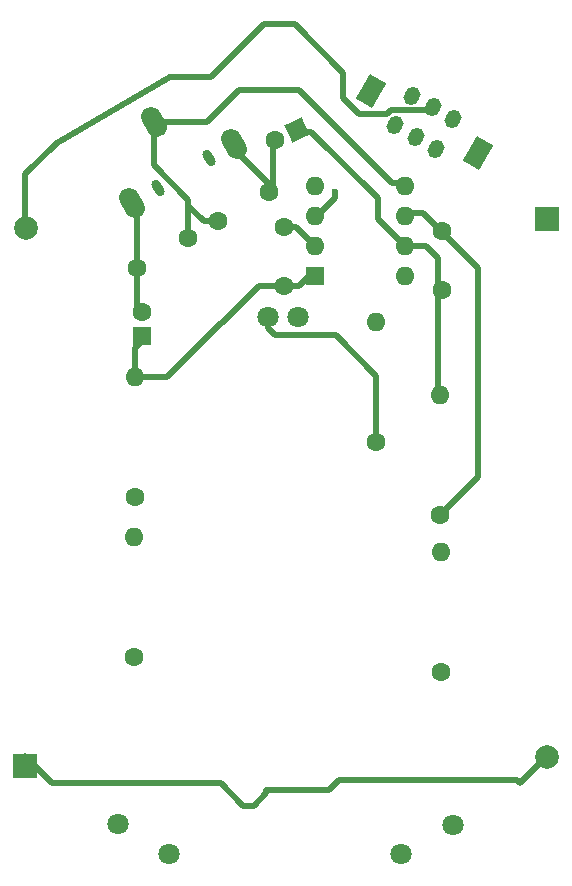
<source format=gbr>
%TF.GenerationSoftware,KiCad,Pcbnew,8.0.4*%
%TF.CreationDate,2024-08-28T17:13:40-07:00*%
%TF.ProjectId,EMFbadgeforMAKE-sizedfor3inchbagLCSCassembly,454d4662-6164-4676-9566-6f724d414b45,rev?*%
%TF.SameCoordinates,Original*%
%TF.FileFunction,Copper,L2,Bot*%
%TF.FilePolarity,Positive*%
%FSLAX46Y46*%
G04 Gerber Fmt 4.6, Leading zero omitted, Abs format (unit mm)*
G04 Created by KiCad (PCBNEW 8.0.4) date 2024-08-28 17:13:40*
%MOMM*%
%LPD*%
G01*
G04 APERTURE LIST*
G04 Aperture macros list*
%AMHorizOval*
0 Thick line with rounded ends*
0 $1 width*
0 $2 $3 position (X,Y) of the first rounded end (center of the circle)*
0 $4 $5 position (X,Y) of the second rounded end (center of the circle)*
0 Add line between two ends*
20,1,$1,$2,$3,$4,$5,0*
0 Add two circle primitives to create the rounded ends*
1,1,$1,$2,$3*
1,1,$1,$4,$5*%
%AMRotRect*
0 Rectangle, with rotation*
0 The origin of the aperture is its center*
0 $1 length*
0 $2 width*
0 $3 Rotation angle, in degrees counterclockwise*
0 Add horizontal line*
21,1,$1,$2,0,0,$3*%
G04 Aperture macros list end*
%TA.AperFunction,ComponentPad*%
%ADD10C,1.800000*%
%TD*%
%TA.AperFunction,ComponentPad*%
%ADD11HorizOval,1.700000X-0.250000X0.433013X0.250000X-0.433013X0*%
%TD*%
%TA.AperFunction,ComponentPad*%
%ADD12HorizOval,0.800000X-0.175000X0.303109X0.175000X-0.303109X0*%
%TD*%
%TA.AperFunction,ComponentPad*%
%ADD13R,2.000000X2.000000*%
%TD*%
%TA.AperFunction,ComponentPad*%
%ADD14C,2.000000*%
%TD*%
%TA.AperFunction,ComponentPad*%
%ADD15C,1.600000*%
%TD*%
%TA.AperFunction,ComponentPad*%
%ADD16O,1.600000X1.600000*%
%TD*%
%TA.AperFunction,ComponentPad*%
%ADD17RotRect,1.600000X2.400000X330.000000*%
%TD*%
%TA.AperFunction,ComponentPad*%
%ADD18HorizOval,1.300000X-0.075000X-0.129904X0.075000X0.129904X0*%
%TD*%
%TA.AperFunction,ComponentPad*%
%ADD19R,1.600000X1.600000*%
%TD*%
%TA.AperFunction,ComponentPad*%
%ADD20RotRect,1.600000X1.600000X205.000000*%
%TD*%
%TA.AperFunction,ViaPad*%
%ADD21C,0.600000*%
%TD*%
%TA.AperFunction,Conductor*%
%ADD22C,0.500000*%
%TD*%
G04 APERTURE END LIST*
D10*
%TO.P,I2,1,1*%
%TO.N,GND*%
X152047121Y-142270000D03*
%TO.P,I2,2,2*%
%TO.N,Net-(I2-Pad2)*%
X147716994Y-139770000D03*
%TD*%
%TO.P,I1,1,1*%
%TO.N,GND*%
X171718005Y-142298909D03*
%TO.P,I1,2,2*%
%TO.N,Net-(I1-Pad2)*%
X176081792Y-139837210D03*
%TD*%
D11*
%TO.P,J1,R*%
%TO.N,Net-(C1-Pad2)*%
X148910000Y-87120127D03*
D12*
%TO.P,J1,RN*%
%TO.N,unconnected-(J1-PadRN)*%
X151075063Y-85870127D03*
D11*
%TO.P,J1,S*%
%TO.N,GND*%
X150740127Y-80290000D03*
%TO.P,J1,T*%
%TO.N,Net-(C2-Pad2)*%
X157570254Y-82120127D03*
D12*
%TO.P,J1,TN*%
%TO.N,unconnected-(J1-PadTN)*%
X155405191Y-83370127D03*
%TD*%
D13*
%TO.P,AAA_Battery1,1,+*%
%TO.N,N/C*%
X139885004Y-134785002D03*
D14*
%TO.P,AAA_Battery1,2,-*%
X139895003Y-89255004D03*
%TD*%
D13*
%TO.P,AAA_Battery1,1,+*%
%TO.N,+VDC*%
X184035000Y-88545000D03*
D14*
%TO.P,AAA_Battery1,2,-*%
%TO.N,Net-(AAA_Battery1--)*%
X184025000Y-134075000D03*
%TD*%
D15*
%TO.P,R4,1*%
%TO.N,Net-(U1B--)*%
X174975000Y-113570000D03*
D16*
%TO.P,R4,2*%
%TO.N,Net-(C2-Pad1)*%
X174975000Y-103410000D03*
%TD*%
D17*
%TO.P,SW1,*%
%TO.N,*%
X169153335Y-77715000D03*
X178160000Y-82915000D03*
D18*
%TO.P,SW1,1,A*%
%TO.N,Net-(AAA_Battery1--)*%
X171199617Y-80570736D03*
%TO.P,SW1,2,B*%
%TO.N,GND*%
X172931668Y-81570735D03*
%TO.P,SW1,3,C*%
%TO.N,unconnected-(SW1A-C-Pad3)*%
X174663718Y-82570736D03*
%TO.P,SW1,4,A*%
%TO.N,-VDC*%
X172649617Y-78059263D03*
%TO.P,SW1,5,B*%
%TO.N,Net-(AAA_Battery2--)*%
X174381668Y-79059263D03*
%TO.P,SW1,6,C*%
%TO.N,unconnected-(SW1B-C-Pad6)*%
X176113718Y-80059263D03*
%TD*%
D15*
%TO.P,R5,1*%
%TO.N,Net-(D1-A)*%
X169605960Y-107380047D03*
D16*
%TO.P,R5,2*%
%TO.N,+VDC*%
X169605960Y-97220047D03*
%TD*%
D10*
%TO.P,D1,1,K*%
%TO.N,-VDC*%
X162967187Y-96809411D03*
%TO.P,D1,2,A*%
%TO.N,Net-(D1-A)*%
X160427187Y-96809411D03*
%TD*%
D15*
%TO.P,C4,1*%
%TO.N,GND*%
X156169937Y-88710000D03*
%TO.P,C4,2*%
%TO.N,Net-(C2-Pad2)*%
X160500064Y-86210000D03*
%TD*%
%TO.P,C5,1*%
%TO.N,Net-(U1B--)*%
X175125036Y-89565067D03*
%TO.P,C5,2*%
%TO.N,Net-(C2-Pad1)*%
X175125036Y-94565067D03*
%TD*%
D19*
%TO.P,U1,1*%
%TO.N,Net-(C1-Pad1)*%
X164434452Y-93356797D03*
D16*
%TO.P,U1,2,-*%
%TO.N,Net-(U1A--)*%
X164434452Y-90816797D03*
%TO.P,U1,3,+*%
%TO.N,GND*%
X164434452Y-88276797D03*
%TO.P,U1,4,V-*%
%TO.N,-VDC*%
X164434452Y-85736797D03*
%TO.P,U1,5,+*%
%TO.N,GND*%
X172054452Y-85736797D03*
%TO.P,U1,6,-*%
%TO.N,Net-(U1B--)*%
X172054452Y-88276797D03*
%TO.P,U1,7*%
%TO.N,Net-(C2-Pad1)*%
X172054452Y-90816797D03*
%TO.P,U1,8,V+*%
%TO.N,+VDC*%
X172054452Y-93356797D03*
%TD*%
D15*
%TO.P,C6,1*%
%TO.N,Net-(U1A--)*%
X161741280Y-89187682D03*
%TO.P,C6,2*%
%TO.N,Net-(C1-Pad1)*%
X161741280Y-94187682D03*
%TD*%
%TO.P,R2,1*%
%TO.N,Net-(I1-Pad2)*%
X175053918Y-126828176D03*
D16*
%TO.P,R2,2*%
%TO.N,Net-(U1B--)*%
X175053918Y-116668176D03*
%TD*%
D19*
%TO.P,C1,1*%
%TO.N,Net-(C1-Pad1)*%
X149733240Y-98396541D03*
D15*
%TO.P,C1,2*%
%TO.N,Net-(C1-Pad2)*%
X149733240Y-96396541D03*
%TD*%
%TO.P,C3,1*%
%TO.N,GND*%
X153654836Y-90155181D03*
%TO.P,C3,2*%
%TO.N,Net-(C1-Pad2)*%
X149324709Y-92655181D03*
%TD*%
%TO.P,R3,1*%
%TO.N,Net-(U1A--)*%
X149135000Y-112010000D03*
D16*
%TO.P,R3,2*%
%TO.N,Net-(C1-Pad1)*%
X149135000Y-101850000D03*
%TD*%
D15*
%TO.P,R1,1*%
%TO.N,Net-(I2-Pad2)*%
X149048751Y-125637354D03*
D16*
%TO.P,R1,2*%
%TO.N,Net-(U1A--)*%
X149048751Y-115477354D03*
%TD*%
D20*
%TO.P,C2,1*%
%TO.N,Net-(C2-Pad1)*%
X162860931Y-80971115D03*
D15*
%TO.P,C2,2*%
%TO.N,Net-(C2-Pad2)*%
X161048315Y-81816352D03*
%TD*%
D21*
%TO.N,GND*%
X166127375Y-86232661D03*
%TD*%
D22*
%TO.N,Net-(C1-Pad2)*%
X149575000Y-96171900D02*
X149360000Y-95956900D01*
X149360000Y-95956900D02*
X149360000Y-87570127D01*
X149360000Y-87570127D02*
X148910000Y-87120127D01*
%TO.N,Net-(C2-Pad2)*%
X160842509Y-82027730D02*
X160842509Y-85867555D01*
X160842509Y-85867555D02*
X160500064Y-86210000D01*
X160504779Y-81690000D02*
X160842509Y-82027730D01*
X157570254Y-82120127D02*
X158000381Y-81690000D01*
X160500064Y-86210000D02*
X160500064Y-85515064D01*
X157570254Y-82585254D02*
X157570254Y-82120127D01*
X160500064Y-85515064D02*
X157570254Y-82585254D01*
%TO.N,GND*%
X153654836Y-86879836D02*
X150740127Y-83965127D01*
X163069326Y-77603366D02*
X157936816Y-77603366D01*
X164865428Y-88029634D02*
X164135700Y-88029634D01*
X153654836Y-87390000D02*
X153654836Y-86879836D01*
X166127375Y-86767687D02*
X164865428Y-88029634D01*
X157936816Y-77603366D02*
X155250182Y-80290000D01*
X156169937Y-88710000D02*
X154974836Y-88710000D01*
X155250182Y-80290000D02*
X150740127Y-80290000D01*
X153654836Y-90155181D02*
X153654836Y-87390000D01*
X154974836Y-88710000D02*
X153654836Y-87390000D01*
X170955594Y-85489634D02*
X163069326Y-77603366D01*
X171755700Y-85489634D02*
X170955594Y-85489634D01*
X150740127Y-83965127D02*
X150740127Y-80290000D01*
X166127375Y-86232661D02*
X166127375Y-86767687D01*
%TO.N,Net-(U1A--)*%
X162139656Y-89187682D02*
X162753748Y-89187682D01*
X162753748Y-89187682D02*
X164135700Y-90569634D01*
%TO.N,Net-(U1B--)*%
X171755700Y-88029634D02*
X173538014Y-88029634D01*
X173538014Y-88029634D02*
X178195000Y-92686620D01*
X178195000Y-92686620D02*
X178195000Y-110350000D01*
X178195000Y-110350000D02*
X174975000Y-113570000D01*
%TO.N,Net-(C1-Pad1)*%
X149575000Y-98686500D02*
X149575000Y-99006500D01*
X159639656Y-94187682D02*
X163057652Y-94187682D01*
X149575000Y-99006500D02*
X149135000Y-99446500D01*
X156431940Y-97327492D02*
X156499846Y-97327492D01*
X149135000Y-101850000D02*
X151909432Y-101850000D01*
X151909432Y-101850000D02*
X156431940Y-97327492D01*
X163057652Y-94187682D02*
X164135700Y-93109634D01*
X156499846Y-97327492D02*
X159639656Y-94187682D01*
X149135000Y-101850000D02*
X149135000Y-99446500D01*
%TO.N,Net-(C2-Pad1)*%
X169705000Y-88518934D02*
X172002863Y-90816797D01*
X174826284Y-103261284D02*
X174975000Y-103410000D01*
X174826284Y-91817904D02*
X174826284Y-103261284D01*
X163091820Y-81155118D02*
X163121510Y-81125428D01*
X173825177Y-90816797D02*
X174826284Y-91817904D01*
X169705000Y-86760000D02*
X169705000Y-88518934D01*
X164070428Y-81125428D02*
X169705000Y-86760000D01*
X172002863Y-90816797D02*
X173825177Y-90816797D01*
X163121510Y-81125428D02*
X164070428Y-81125428D01*
%TO.N,Net-(AAA_Battery1--)*%
X139885000Y-134015000D02*
X142172961Y-136302961D01*
X181467383Y-136023305D02*
X181747039Y-136302961D01*
X156441577Y-136302961D02*
X158329250Y-138190634D01*
X159238130Y-138190634D02*
X160286838Y-137141926D01*
X142172961Y-136302961D02*
X156441577Y-136302961D01*
X181747039Y-136302961D02*
X184035000Y-134015000D01*
X165600290Y-136862271D02*
X166439256Y-136023305D01*
X160286838Y-136862271D02*
X165600290Y-136862271D01*
X160286838Y-137141926D02*
X160286838Y-136862271D01*
X158329250Y-138190634D02*
X159238130Y-138190634D01*
X166439256Y-136023305D02*
X181467383Y-136023305D01*
%TO.N,Net-(AAA_Battery2--)*%
X142565295Y-82044634D02*
X139885000Y-84724929D01*
X166805971Y-76148359D02*
X162684823Y-72027211D01*
X160066362Y-72027211D02*
X155570797Y-76522776D01*
X170538266Y-79604230D02*
X170852231Y-79290265D01*
X174281668Y-79232468D02*
X174179207Y-79334929D01*
X152123769Y-76522776D02*
X142565295Y-82044634D01*
X168122688Y-79604230D02*
X170538266Y-79604230D01*
X170852231Y-79290265D02*
X174223871Y-79290265D01*
X166805971Y-78287513D02*
X166805971Y-76148359D01*
X174223871Y-79290265D02*
X174281668Y-79232468D01*
X139885000Y-84724929D02*
X139885000Y-89315000D01*
X166805971Y-78287513D02*
X168122688Y-79604230D01*
X155570797Y-76522776D02*
X152123769Y-76522776D01*
X162684823Y-72027211D02*
X160066362Y-72027211D01*
%TO.N,Net-(D1-A)*%
X160435000Y-97750000D02*
X161048862Y-98363862D01*
X161048862Y-98363862D02*
X166144500Y-98363862D01*
X169605960Y-101825322D02*
X169605960Y-107380047D01*
X166144500Y-98363862D02*
X169605960Y-101825322D01*
%TD*%
M02*

</source>
